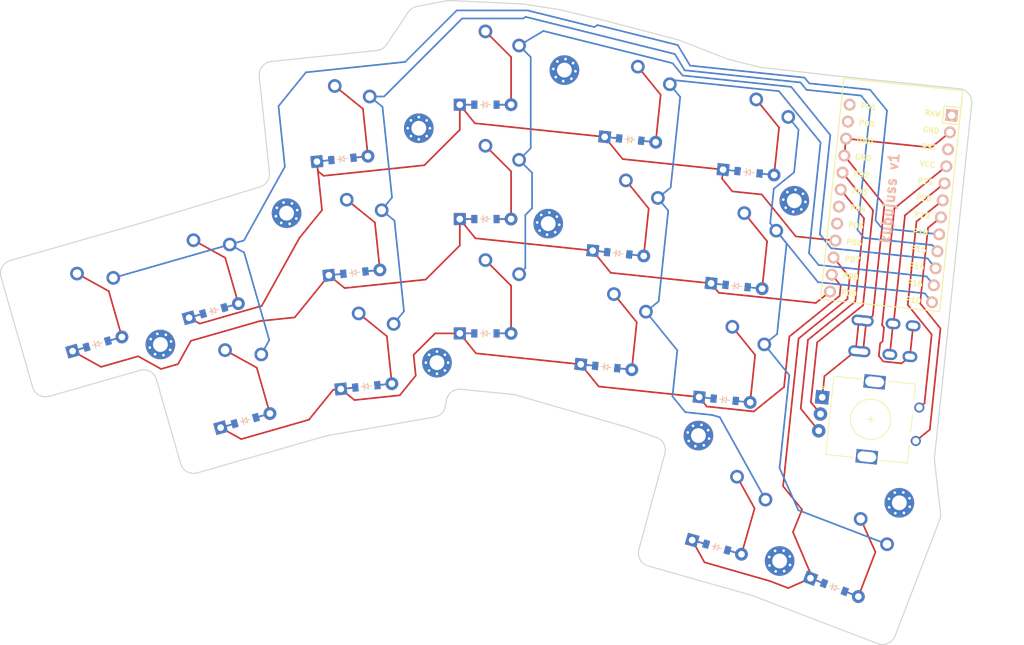
<source format=kicad_pcb>
(kicad_pcb (version 20221018) (generator pcbnew)
  (title_block (title "mimmuErgoV1_left") (rev "v1.0.0") (company "Unknown"))
  (layers (0 "F.Cu" signal) (31 "B.Cu" signal) (34 "B.Paste" user) (35 "F.Paste" user) (36 "B.SilkS" user "B.Silkscreen") (37 "F.SilkS" user "F.Silkscreen") (38 "B.Mask" user) (39 "F.Mask" user) (44 "Edge.Cuts" user))
  (net 0 "")
  (net 1 "P18")
  (net 2 "pinkie_bottom")
  (net 3 "pinkie_home")
  (net 4 "pinkie_top")
  (net 5 "P15")
  (net 6 "ring_bottom")
  (net 7 "ring_home")
  (net 8 "ring_top")
  (net 9 "P14")
  (net 10 "middle_bottom")
  (net 11 "middle_home")
  (net 12 "middle_top")
  (net 13 "P16")
  (net 14 "index_bottom")
  (net 15 "index_home")
  (net 16 "index_top")
  (net 17 "P10")
  (net 18 "inner_bottom")
  (net 19 "inner_home")
  (net 20 "inner_top")
  (net 21 "layer_cluster")
  (net 22 "space_cluster")
  (net 23 "P8")
  (net 24 "P6")
  (net 25 "P9")
  (net 26 "P7")
  (net 27 "RAW")
  (net 28 "GND")
  (net 29 "RST")
  (net 30 "VCC")
  (net 31 "P21")
  (net 32 "P20")
  (net 33 "P19")
  (net 34 "P1")
  (net 35 "P0")
  (net 36 "P2")
  (net 37 "P3")
  (net 38 "P4")
  (net 39 "P5")
  (footprint "MountingHole_2.2mm_M2_Pad_Via" (layer "F.Cu") (at 259.885893 182.090396 -21)
    (fp_text reference "_4" hide)
    (fp_text value "")
  )
  (footprint "PG1350" (layer "F.Cu") (at 178.407795 142.896245 6)
    (fp_text reference "S5" hide)
    (fp_text value "" hide)
  )
  (footprint "ComboDiode" (layer "F.Cu") (at 233.935298 166.767506 -6)
    (fp_text reference "D13" hide)
    (fp_text value "" hide)
  )
  (footprint "MountingHole_2.2mm_M2_Pad_Via" (layer "F.Cu") (at 244.283981 137.187201 -6)
    (fp_text reference "_3" hide)
    (fp_text value "")
  )
  (footprint "PG1350" (layer "F.Cu") (at 216.870129 156.929827 -6)
    (fp_text reference "S10" hide)
    (fp_text value "" hide)
  )
  (footprint "ComboDiode" (layer "F.Cu") (at 219.901469 128.088687 -6)
    (fp_text reference "D12" hide)
    (fp_text value "" hide)
  )
  (footprint "ComboDiode" (layer "F.Cu") (at 140.731724 158.490262 16)
    (fp_text reference "D3" hide)
    (fp_text value "" hide)
  )
  (footprint "PG1350" (layer "F.Cu") (at 176.630813 125.989364 6)
    (fp_text reference "S6" hide)
    (fp_text value "" hide)
  )
  (footprint "PG1350" (layer "F.Cu") (at 234.14736 183.883448 -16)
    (fp_text reference "S16" hide)
    (fp_text value "" hide)
  )
  (footprint "ComboDiode" (layer "F.Cu") (at 198.399755 156.905176)
    (fp_text reference "D7" hide)
    (fp_text value "" hide)
  )
  (footprint "PG1350" (layer "F.Cu") (at 180.184781 159.803119 6)
    (fp_text reference "S4" hide)
    (fp_text value "" hide)
  )
  (footprint "PG1350" (layer "F.Cu") (at 198.399762 151.905173)
    (fp_text reference "S7" hide)
    (fp_text value "" hide)
  )
  (footprint "PG1350" (layer "F.Cu") (at 198.399754 117.905169)
    (fp_text reference "S9" hide)
    (fp_text value "" hide)
  )
  (footprint "ComboDiode" (layer "F.Cu") (at 250.237575 194.668161 -21)
    (fp_text reference "D17" hide)
    (fp_text value "" hide)
  )
  (footprint "MountingHole_2.2mm_M2_Pad_Via" (layer "F.Cu") (at 230.037788 172.09398 -16)
    (fp_text reference "_6" hide)
    (fp_text value "")
  )
  (footprint "MountingHole_2.2mm_M2_Pad_Via" (layer "F.Cu") (at 168.858376 139.033804 16)
    (fp_text reference "_10" hide)
    (fp_text value "")
  )
  (footprint "PG1350" (layer "F.Cu") (at 218.647118 140.022957 -6)
    (fp_text reference "S11" hide)
    (fp_text value "" hide)
  )
  (footprint "PG1350" (layer "F.Cu") (at 234.457946 161.794907 -6)
    (fp_text reference "S13" hide)
    (fp_text value "" hide)
  )
  (footprint "ComboDiode" (layer "F.Cu") (at 180.70742 164.775715 6)
    (fp_text reference "D4" hide)
    (fp_text value "" hide)
  )
  (footprint "TRRS-PJ-320A-dual" (layer "F.Cu") (at 264.638389 160.693596 -96)
    (fp_text reference "TRRS1")
    (fp_text value "TRRS-PJ-320A-dual")
  )
  (footprint "PG1350" (layer "F.Cu") (at 238.011911 127.981154 -6)
    (fp_text reference "S15" hide)
    (fp_text value "" hide)
  )
  (footprint "PG1350" (layer "F.Cu") (at 220.424098 123.116091 -6)
    (fp_text reference "S12" hide)
    (fp_text value "" hide)
  )
  (footprint "rotary_encoder" (layer "F.Cu") (at 255.745097 169.73016 -6)
    (fp_text reference "ROT1" hide)
    (fp_text value "")
  )
  (footprint "PG1350" (layer "F.Cu") (at 139.353538 153.683966 16)
    (fp_text reference "S3" hide)
    (fp_text value "" hide)
  )
  (footprint "ComboDiode" (layer "F.Cu") (at 218.124475 144.99556 -6)
    (fp_text reference "D11" hide)
    (fp_text value "" hide)
  )
  (footprint "ComboDiode" (layer "F.Cu") (at 235.712285 149.860636 -6)
    (fp_text reference "D14" hide)
    (fp_text value "" hide)
  )
  (footprint "ProMicro" (layer "F.Cu") (at 258.620621 137.587997 -96)
    (fp_text reference "MCU1" hide)
    (fp_text value "" hide)
  )
  (footprint "PG1350" (layer "F.Cu") (at 198.399761 134.905168)
    (fp_text reference "S8" hide)
    (fp_text value "" hide)
  )
  (footprint "PG1350" (layer "F.Cu") (at 252.029423 190.000247 -21)
    (fp_text reference "S17" hide)
    (fp_text value "" hide)
  )
  (footprint "MountingHole_2.2mm_M2_Pad_Via" (layer "F.Cu") (at 242.104141 190.74266 -21)
    (fp_text reference "_5" hide)
    (fp_text value "")
  )
  (footprint "PG1350" (layer "F.Cu") (at 236.234921 144.888042 -6)
    (fp_text reference "S14" hide)
    (fp_text value "" hide)
  )
  (footprint "ComboDiode" (layer "F.Cu") (at 178.930435 147.868857 6)
    (fp_text reference "D5" hide)
    (fp_text value "" hide)
  )
  (footprint "MountingHole_2.2mm_M2_Pad_Via" (layer "F.Cu") (at 210.127516 117.760451 -6)
    (fp_text reference "_2" hide)
    (fp_text value "")
  )
  (footprint "ComboDiode" (layer "F.Cu") (at 216.347497 161.902422 -6)
    (fp_text reference "D10" hide)
    (fp_text value "" hide)
  )
  (footprint "MountingHole_2.2mm_M2_Pad_Via" (layer "F.Cu") (at 191.199757 161.255173)
    (fp_text reference "_8" hide)
    (fp_text value "")
  )
  (footprint "MountingHole_2.2mm_M2_Pad_Via" (layer "F.Cu") (at 188.499757 126.405172)
    (fp_text reference "_1" hide)
    (fp_text value "")
  )
  (footprint "MountingHole_2.2mm_M2_Pad_Via" (layer "F.Cu") (at 207.728578 140.584749 -6)
    (fp_text reference "_7" hide)
    (fp_text value "")
  )
  (footprint "MountingHole_2.2mm_M2_Pad_Via" (layer "F.Cu") (at 150.113531 158.556865 16)
    (fp_text reference "_9" hide)
    (fp_text value "")
  )
  (footprint "ComboDiode" (layer "F.Cu") (at 232.769173 188.689754 -16)
    (fp_text reference "D16" hide)
    (fp_text value "" hide)
  )
  (footprint "ComboDiode" (layer "F.Cu") (at 237.489264 132.953773 -6)
    (fp_text reference "D15" hide)
    (fp_text value "" hide)
  )
  (footprint "PG1350" (layer "F.Cu") (at 156.656256 148.722488 16)
    (fp_text reference "S2" hide)
    (fp_text value "" hide)
  )
  (footprint "ComboDiode" (layer "F.Cu") (at 162.720272 169.870252 16)
    (fp_text reference "D1" hide)
    (fp_text value "" hide)
  )
  (footprint "ComboDiode" (layer "F.Cu") (at 177.153456 130.961976 6)
    (fp_text reference "D6" hide)
    (fp_text value "" hide)
  )
  (footprint "ComboDiode" (layer "F.Cu") (at 198.39976 139.905179)
    (fp_text reference "D8" hide)
    (fp_text value "" hide)
  )
  (footprint "PG1350" (layer "F.Cu") (at 161.342089 165.06393 16)
    (fp_text reference "S1" hide)
    (fp_text value "" hide)
  )
  (footprint "ComboDiode" (layer "F.Cu") (at 198.399762 122.905175)
    (fp_text reference "D9" hide)
    (fp_text value "" hide)
  )
  (footprint "ComboDiode" (layer "F.Cu") (at 158.03445 153.52879 16)
    (fp_text reference "D2" hide)
    (fp_text value "" hide)
  )
  (gr_line (start 265.88629 184.596584) (end 259.252677 201.877729) (stroke (width 0.15)) (layer "Edge.Cuts"))
  (gr_line (start 153.111127 176.266666) (end 149.52783 163.77028) (stroke (width 0.15)) (layer "Edge.Cuts"))
  (gr_arc (start 126.43674 148.545245) (mid 126.610025 147.024344) (end 127.807999 146.071447) (stroke (width 0.15)) (layer "Edge.Cuts"))
  (gr_line (start 193.136928 107.416497) (end 203.795912 107.925218) (stroke (width 0.15)) (layer "Edge.Cuts"))
  (gr_line (start 202.461882 165.974467) (end 194.761488 165.214026) (stroke (width 0.15)) (layer "Edge.Cuts"))
  (gr_line (start 219.761679 170.948319) (end 202.821541 166.043664) (stroke (width 0.15)) (layer "Edge.Cuts"))
  (gr_arc (start 250.070148 118.585104) (mid 250.060179 118.584036) (end 250.050216 118.582919) (stroke (width 0.15)) (layer "Edge.Cuts"))
  (gr_arc (start 192.666536 107.449691) (mid 192.90075 107.419177) (end 193.136928 107.416497) (stroke (width 0.15)) (layer "Edge.Cuts"))
  (gr_line (start 147.054041 162.399012) (end 133.596376 166.257947) (stroke (width 0.15)) (layer "Edge.Cuts"))
  (gr_line (start 174.70721 172.154687) (end 155.584925 177.637917) (stroke (width 0.15)) (layer "Edge.Cuts"))
  (gr_arc (start 202.461884 165.974466) (mid 202.643298 166.000824) (end 202.821541 166.043664) (stroke (width 0.15)) (layer "Edge.Cuts"))
  (gr_line (start 204.002521 107.945864) (end 209.314062 108.757086) (stroke (width 0.15)) (layer "Edge.Cuts"))
  (gr_line (start 209.483995 108.790627) (end 216.209814 110.423636) (stroke (width 0.15)) (layer "Edge.Cuts"))
  (gr_line (start 183.71227 113.963514) (end 186.934451 109.150246) (stroke (width 0.15)) (layer "Edge.Cuts"))
  (gr_arc (start 265.110436 175.789459) (mid 265.097602 175.571793) (end 265.108549 175.354025) (stroke (width 0.15)) (layer "Edge.Cuts"))
  (gr_arc (start 147.054041 162.399012) (mid 148.574945 162.572297) (end 149.527828 163.77028) (stroke (width 0.15)) (layer "Edge.Cuts"))
  (gr_arc (start 192.592169 166.875513) (mid 193.348852 165.616551) (end 194.761488 165.214026) (stroke (width 0.15)) (layer "Edge.Cuts"))
  (gr_line (start 192.592169 166.875513) (end 192.455179 167.697242) (stroke (width 0.15)) (layer "Edge.Cuts"))
  (gr_arc (start 183.712261 113.963504) (mid 183.083357 114.563448) (end 182.259344 114.839954) (stroke (width 0.15)) (layer "Edge.Cuts"))
  (gr_line (start 270.637578 122.748765) (end 265.108549 175.354025) (stroke (width 0.15)) (layer "Edge.Cuts"))
  (gr_line (start 190.825224 169.338806) (end 174.915675 172.10682) (stroke (width 0.15)) (layer "Edge.Cuts"))
  (gr_arc (start 209.314063 108.757086) (mid 209.399392 108.772016) (end 209.483995 108.790627) (stroke (width 0.15)) (layer "Edge.Cuts"))
  (gr_line (start 234.549705 116.172169) (end 239.002051 117.297134) (stroke (width 0.15)) (layer "Edge.Cuts"))
  (gr_arc (start 226.880454 113.219405) (mid 226.990509 113.251643) (end 227.098537 113.290131) (stroke (width 0.15)) (layer "Edge.Cuts"))
  (gr_line (start 166.30763 133.00546) (end 164.802574 118.685752) (stroke (width 0.15)) (layer "Edge.Cuts"))
  (gr_line (start 256.6688 203.028165) (end 238.08118 195.893043) (stroke (width 0.15)) (layer "Edge.Cuts"))
  (gr_arc (start 268.856625 120.550561) (mid 270.202519 121.28069) (end 270.637578 122.748765) (stroke (width 0.15)) (layer "Edge.Cuts"))
  (gr_arc (start 259.252677 201.877729) (mid 258.199 202.988087) (end 256.6688 203.028165) (stroke (width 0.15)) (layer "Edge.Cuts"))
  (gr_line (start 166.582565 116.487657) (end 182.259344 114.839954) (stroke (width 0.15)) (layer "Edge.Cuts"))
  (gr_line (start 188.221368 108.298316) (end 192.666536 107.449691) (stroke (width 0.15)) (layer "Edge.Cuts"))
  (gr_line (start 250.070144 118.585103) (end 268.856625 120.550561) (stroke (width 0.15)) (layer "Edge.Cuts"))
  (gr_line (start 227.098537 113.290131) (end 234.314605 116.097049) (stroke (width 0.15)) (layer "Edge.Cuts"))
  (gr_arc (start 203.795912 107.925218) (mid 203.899484 107.932861) (end 204.002521 107.945864) (stroke (width 0.15)) (layer "Edge.Cuts"))
  (gr_arc (start 186.934453 109.15025) (mid 187.492427 108.595157) (end 188.221368 108.298316) (stroke (width 0.15)) (layer "Edge.Cuts"))
  (gr_arc (start 223.793889 172.37859) (mid 224.895526 173.335247) (end 225.054206 174.785634) (stroke (width 0.15)) (layer "Edge.Cuts"))
  (gr_arc (start 192.455178 167.697243) (mid 191.901624 168.777601) (end 190.825224 169.338806) (stroke (width 0.15)) (layer "Edge.Cuts"))
  (gr_line (start 131.122583 164.886696) (end 126.436742 148.545243) (stroke (width 0.15)) (layer "Edge.Cuts"))
  (gr_arc (start 155.584925 177.637917) (mid 154.064027 177.464635) (end 153.111127 176.266666) (stroke (width 0.15)) (layer "Edge.Cuts"))
  (gr_arc (start 164.802574 118.685752) (mid 165.237332 117.218059) (end 166.582565 116.487657) (stroke (width 0.15)) (layer "Edge.Cuts"))
  (gr_line (start 221.195625 189.037576) (end 225.054206 174.785634) (stroke (width 0.15)) (layer "Edge.Cuts"))
  (gr_arc (start 147.048371 140.554102) (mid 147.03322 140.558642) (end 147.018032 140.563059) (stroke (width 0.15)) (layer "Edge.Cuts"))
  (gr_arc (start 222.579948 191.484238) (mid 221.38542 190.545143) (end 221.195625 189.037576) (stroke (width 0.15)) (layer "Edge.Cuts"))
  (gr_arc (start 234.549705 116.172169) (mid 234.430994 116.138244) (end 234.314605 116.097049) (stroke (width 0.15)) (layer "Edge.Cuts"))
  (gr_line (start 127.807999 146.071447) (end 147.018032 140.563059) (stroke (width 0.15)) (layer "Edge.Cuts"))
  (gr_line (start 223.793889 172.37859) (end 219.875659 170.985061) (stroke (width 0.15)) (layer "Edge.Cuts"))
  (gr_arc (start 219.761679 170.948319) (mid 219.818945 170.965832) (end 219.875659 170.985061) (stroke (width 0.15)) (layer "Edge.Cuts"))
  (gr_arc (start 237.910611 195.83624) (mid 237.996531 195.862732) (end 238.08118 195.893043) (stroke (width 0.15)) (layer "Edge.Cuts"))
  (gr_arc (start 166.30763 133.00546) (mid 165.985461 134.319745) (end 164.900225 135.128079) (stroke (width 0.15)) (layer "Edge.Cuts"))
  (gr_arc (start 216.209814 110.423636) (mid 216.227375 110.427984) (end 216.244898 110.43248) (stroke (width 0.15)) (layer "Edge.Cuts"))
  (gr_line (start 239.263958 117.345046) (end 250.050216 118.582919) (stroke (width 0.15)) (layer "Edge.Cuts"))
  (gr_line (start 265.110439 175.789459) (end 266.006288 183.653473) (stroke (width 0.15)) (layer "Edge.Cuts"))
  (gr_arc (start 266.006288 183.653473) (mid 266.003149 184.132264) (end 265.88629 184.596584) (stroke (width 0.15)) (layer "Edge.Cuts"))
  (gr_arc (start 133.596377 166.257947) (mid 132.075479 166.084665) (end 131.122583 164.886696) (stroke (width 0.15)) (layer "Edge.Cuts"))
  (gr_line (start 237.910611 195.83624) (end 222.579947 191.484235) (stroke (width 0.15)) (layer "Edge.Cuts"))
  (gr_arc (start 239.263965 117.345047) (mid 239.132208 117.325461) (end 239.002051 117.297134) (stroke (width 0.15)) (layer "Edge.Cuts"))
  (gr_line (start 216.244898 110.43248) (end 226.880454 113.219405) (stroke (width 0.15)) (layer "Edge.Cuts"))
  (gr_arc (start 174.70721 172.154687) (mid 174.810801 172.127959) (end 174.915675 172.10682) (stroke (width 0.15)) (layer "Edge.Cuts"))
  (gr_line (start 147.04837 140.554101) (end 164.900214 135.128071) (stroke (width 0.15)) (layer "Edge.Cuts"))
  (gr_text "kubujuss v1" (at 258.6 143.8 84) (layer "B.SilkS") (effects (font (size 1.5 1.5) (thickness 0.3) bold) (justify left bottom)))
  (gr_text "kubujuss v1" (at 258.6 143.8 84) (layer "F.SilkS") (effects (font (size 1.5 1.5) (thickness 0.3) bold) (justify left bottom)))
  (segment (start 258.057348 123.785955) (end 256.343083 140.096113) (width 0.25) (layer "B.Cu") (net 1))
  (segment (start 168.605022 132.12052) (end 167.659055 123.120197) (width 0.25) (layer "B.Cu") (net 1))
  (segment (start 165.933475 136.940139) (end 168.605022 132.12052) (width 0.25) (layer "B.Cu") (net 1))
  (segment (start 171.730809 118.091984) (end 186.476225 116.542189) (width 0.25) (layer "B.Cu") (net 1))
  (segment (start 228.796895 117.090723) (end 240.333354 118.303265) (width 0.25) (layer "B.Cu") (net 1))
  (segment (start 226.962698 114.038104) (end 228.796895 117.090723) (width 0.25) (layer "B.Cu") (net 1))
  (segment (start 186.476225 116.542189) (end 194.129853 108.888548) (width 0.25) (layer "B.Cu") (net 1))
  (segment (start 162.526762 143.086014) (end 165.933475 136.940139) (width 0.25) (layer "B.Cu") (net 1))
  (segment (start 246.496877 119.732684) (end 255.545192 120.683701) (width 0.25) (layer "B.Cu") (net 1))
  (segment (start 166.284297 157.898186) (end 162.549906 144.87481) (width 0.25) (layer "B.Cu") (net 1))
  (segment (start 255.545192 120.683701) (end 258.057348 123.785955) (width 0.25) (layer "B.Cu") (net 1))
  (segment (start 160.41514 143.691494) (end 143.112441 148.652978) (width 0.25) (layer "B.Cu") (net 1))
  (segment (start 240.333354 118.303265) (end 245.805057 118.87836) (width 0.25) (layer "B.Cu") (net 1))
  (segment (start 160.415144 143.691499) (end 162.526762 143.086014) (width 0.25) (layer "B.Cu") (net 1))
  (segment (start 215.039273 111.065254) (end 226.962698 114.038104) (width 0.25) (layer "B.Cu") (net 1))
  (segment (start 194.129853 108.888548) (end 204.740471 108.88855) (width 0.25) (layer "B.Cu") (net 1))
  (segment (start 214.554379 111.356605) (end 215.039273 111.065254) (width 0.25) (layer "B.Cu") (net 1))
  (segment (start 204.740471 108.88855) (end 204.755437 108.913457) (width 0.25) (layer "B.Cu") (net 1))
  (segment (start 165.100966 160.032954) (end 166.284297 157.898186) (width 0.25) (layer "B.Cu") (net 1))
  (segment (start 167.659055 123.120197) (end 171.730809 118.091984) (width 0.25) (layer "B.Cu") (net 1))
  (segment (start 257.302085 141.28039) (end 265.800628 142.17362) (width 0.25) (layer "B.Cu") (net 1))
  (segment (start 162.549906 144.87481) (end 160.41514 143.691494) (width 0.25) (layer "B.Cu") (net 1))
  (segment (start 245.805057 118.87836) (end 246.496877 119.732684) (width 0.25) (layer "B.Cu") (net 1))
  (segment (start 204.755437 108.913457) (end 214.554379 111.356605) (width 0.25) (layer "B.Cu") (net 1))
  (segment (start 256.343083 140.096113) (end 257.302085 141.28039) (width 0.25) (layer "B.Cu") (net 1))
  (segment (start 159.715821 159.392485) (end 164.428414 162.004737) (width 0.25) (layer "F.Cu") (net 2))
  (segment (start 164.428414 162.004737) (end 166.382681 168.820062) (width 0.25) (layer "F.Cu") (net 2))
  (segment (start 166.382681 168.820062) (end 164.306346 169.415434) (width 0.25) (layer "F.Cu") (net 2))
  (segment (start 164.306346 169.415434) (end 166.382681 168.820062) (width 0.25) (layer "B.Cu") (net 2))
  (segment (start 155.029998 143.051037) (end 159.742572 145.66327) (width 0.25) (layer "F.Cu") (net 3))
  (segment (start 159.620524 153.073994) (end 161.696849 152.478612) (width 0.25) (layer "F.Cu") (net 3))
  (segment (start 159.742572 145.66327) (end 161.696849 152.478612) (width 0.25) (layer "F.Cu") (net 3))
  (segment (start 159.620524 153.073994) (end 161.696849 152.478612) (width 0.25) (layer "B.Cu") (net 3))
  (segment (start 142.439867 150.62475) (end 144.394138 157.440082) (width 0.25) (layer "F.Cu") (net 4))
  (segment (start 137.727284 148.012518) (end 142.439867 150.62475) (width 0.25) (layer "F.Cu") (net 4))
  (segment (start 142.317807 158.035467) (end 144.394138 157.440082) (width 0.25) (layer "F.Cu") (net 4))
  (segment (start 142.317807 158.035467) (end 144.394138 157.440082) (width 0.25) (layer "B.Cu") (net 4))
  (segment (start 183.341475 121.687546) (end 181.20622 121.687554) (width 0.25) (layer "B.Cu") (net 5))
  (segment (start 184.519252 136.697574) (end 182.9832 138.594427) (width 0.25) (layer "B.Cu") (net 5))
  (segment (start 246.092152 120.695656) (end 245.202164 119.59661) (width 0.25) (layer "B.Cu") (net 5))
  (segment (start 227.994942 117.799549) (end 226.538184 115.375119) (width 0.25) (layer "B.Cu") (net 5))
  (segment (start 264.787345 143.776277) (end 254.637891 142.70952) (width 0.25) (layer "B.Cu") (net 5))
  (segment (start 253.660535 141.50259) (end 255.578731 123.252199) (width 0.25) (layer "B.Cu") (net 5))
  (segment (start 181.206209 121.687552) (end 183.103061 123.223588) (width 0.25) (layer "B.Cu") (net 5))
  (segment (start 183.103061 123.223588) (end 184.519252 136.697574) (width 0.25) (layer "B.Cu") (net 5))
  (segment (start 245.202164 119.59661) (end 228.007507 117.789372) (width 0.25) (layer "B.Cu") (net 5))
  (segment (start 194.94047 110.088553) (end 183.341475 121.687546) (width 0.25) (layer "B.Cu") (net 5))
  (segment (start 184.880049 140.130467) (end 182.9832 138.594427) (width 0.25) (layer "B.Cu") (net 5))
  (segment (start 184.760188 155.50129) (end 186.296225 153.60444) (width 0.25) (layer "B.Cu") (net 5))
  (segment (start 265.535123 144.699711) (end 264.787345 143.776277) (width 0.25) (layer "B.Cu") (net 5))
  (segment (start 226.538184 115.375119) (end 204.372358 109.848557) (width 0.25) (layer "B.Cu") (net 5))
  (segment (start 254.637891 142.70952) (end 253.660535 141.50259) (width 0.25) (layer "B.Cu") (net 5))
  (segment (start 186.296225 153.60444) (end 184.880049 140.130467) (width 0.25) (layer "B.Cu") (net 5))
  (segment (start 255.578731 123.252199) (end 254.198426 121.547658) (width 0.25) (layer "B.Cu") (net 5))
  (segment (start 228.007507 117.789372) (end 227.994942 117.799549) (width 0.25) (layer "B.Cu") (net 5))
  (segment (start 254.198426 121.547658) (end 246.092152 120.695656) (width 0.25) (layer "B.Cu") (net 5))
  (segment (start 204.372358 109.848557) (end 203.972943 110.088555) (width 0.25) (layer "B.Cu") (net 5))
  (segment (start 203.972943 110.088555) (end 194.94047 110.088553) (width 0.25) (layer "B.Cu") (net 5))
  (segment (start 183.755446 157.326316) (end 184.496542 164.377491) (width 0.25) (layer "F.Cu") (net 6))
  (segment (start 179.568056 153.935437) (end 183.755446 157.326316) (width 0.25) (layer "F.Cu") (net 6))
  (segment (start 182.348388 164.603251) (end 184.496542 164.377491) (width 0.25) (layer "F.Cu") (net 6))
  (segment (start 182.348388 164.603251) (end 184.496542 164.377491) (width 0.25) (layer "B.Cu") (net 6))
  (segment (start 177.791084 137.028579) (end 181.978462 140.419443) (width 0.25) (layer "F.Cu") (net 7))
  (segment (start 180.5714 147.696387) (end 182.71956 147.470597) (width 0.25) (layer "F.Cu") (net 7))
  (segment (start 181.978462 140.419443) (end 182.71956 147.470597) (width 0.25) (layer "F.Cu") (net 7))
  (segment (start 180.5714 147.696387) (end 182.71956 147.470597) (width 0.25) (layer "B.Cu") (net 7))
  (segment (start 180.20147 123.512566) (end 180.942571 130.563724) (width 0.25) (layer "F.Cu") (net 8))
  (segment (start 176.01409 120.121707) (end 180.20147 123.512566) (width 0.25) (layer "F.Cu") (net 8))
  (segment (start 178.794419 130.78952) (end 180.942571 130.563724) (width 0.25) (layer "F.Cu") (net 8))
  (segment (start 178.794419 130.78952) (end 180.942571 130.563724) (width 0.25) (layer "B.Cu") (net 8))
  (segment (start 204.324859 147.180073) (end 203.399761 148.105179) (width 0.25) (layer "B.Cu") (net 9))
  (segment (start 206.994539 111.945213) (end 226.200604 116.733813) (width 0.25) (layer "B.Cu") (net 9))
  (segment (start 243.827493 120.256527) (end 249.630989 127.423259) (width 0.25) (layer "B.Cu") (net 9))
  (segment (start 203.39977 114.105163) (end 205.125661 115.831073) (width 0.25) (layer "B.Cu") (net 9))
  (segment (start 205.125661 115.831073) (end 205.125646 129.379266) (width 0.25) (layer "B.Cu") (net 9))
  (segment (start 264.078205 145.754494) (end 265.269625 147.225801) (width 0.25) (layer "B.Cu") (net 9))
  (segment (start 205.324866 133.030268) (end 205.324867 138.303043) (width 0.25) (layer "B.Cu") (net 9))
  (segment (start 203.399753 131.105172) (end 205.324866 133.030268) (width 0.25) (layer "B.Cu") (net 9))
  (segment (start 205.324867 138.303043) (end 204.32486 139.303049) (width 0.25) (layer "B.Cu") (net 9))
  (segment (start 249.630989 127.423259) (end 248.080278 142.177354) (width 0.25) (layer "B.Cu") (net 9))
  (segment (start 226.200604 116.733813) (end 227.6788 118.559235) (width 0.25) (layer "B.Cu") (net 9))
  (segment (start 204.32486 139.303049) (end 204.324859 147.180073) (width 0.25) (layer "B.Cu") (net 9))
  (segment (start 205.125646 129.379266) (end 203.399753 131.105172) (width 0.25) (layer "B.Cu") (net 9))
  (segment (start 248.080278 142.177354) (end 249.758172 144.249394) (width 0.25) (layer "B.Cu") (net 9))
  (segment (start 203.399763 114.105164) (end 206.994539 111.945213) (width 0.25) (layer "B.Cu") (net 9))
  (segment (start 249.758172 144.249394) (end 264.078205 145.754494) (width 0.25) (layer "B.Cu") (net 9))
  (segment (start 227.6788 118.559235) (end 243.827493 120.256527) (width 0.25) (layer "B.Cu") (net 9))
  (segment (start 202.209761 149.815183) (end 202.209758 156.90518) (width 0.25) (layer "F.Cu") (net 10))
  (segment (start 200.049759 156.90517) (end 202.209758 156.90518) (width 0.25) (layer "F.Cu") (net 10))
  (segment (start 198.399747 146.005174) (end 202.209761 149.815183) (width 0.25) (layer "F.Cu") (net 10))
  (segment (start 200.049759 156.90517) (end 202.209758 156.90518) (width 0.25) (layer "B.Cu") (net 10))
  (segment (start 202.209769 132.815181) (end 202.20976 139.905171) (width 0.25) (layer "F.Cu") (net 11))
  (segment (start 198.399758 129.005178) (end 202.209769 132.815181) (width 0.25) (layer "F.Cu") (net 11))
  (segment (start 200.04976 139.905179) (end 202.20976 139.905171) (width 0.25) (layer "F.Cu") (net 11))
  (segment (start 200.04976 139.905179) (end 202.20976 139.905171) (width 0.25) (layer "B.Cu") (net 11))
  (segment (start 202.209758 115.815163) (end 198.399756 112.005176) (width 0.25) (layer "F.Cu") (net 12))
  (segment (start 202.209763 122.905179) (end 200.049759 122.905174) (width 0.25) (layer "F.Cu") (net 12))
  (segment (start 202.209763 122.905179) (end 202.209758 115.815163) (width 0.25) (layer "F.Cu") (net 12))
  (segment (start 200.049759 122.905174) (end 202.209763 122.905179) (width 0.25) (layer "B.Cu") (net 12))
  (segment (start 240.001085 181.608842) (end 233.215095 169.366565) (width 0.25) (layer "B.Cu") (net 13))
  (segment (start 247.897949 146.746024) (end 263.934972 148.431593) (width 0.25) (layer "B.Cu") (net 13))
  (segment (start 226.181815 166.268245) (end 228.084634 168.618026) (width 0.25) (layer "B.Cu") (net 13))
  (segment (start 246.458772 144.968807) (end 247.897949 146.746024) (width 0.25) (layer "B.Cu") (net 13))
  (segment (start 225.793921 119.859552) (end 226.527595 119.26544) (width 0.25) (layer "B.Cu") (net 13))
  (segment (start 263.934972 148.431593) (end 265.004109 149.751866) (width 0.25) (layer "B.Cu") (net 13))
  (segment (start 225.913785 135.230372) (end 224.016944 136.766404) (width 0.25) (layer "B.Cu") (net 13))
  (segment (start 242.003717 120.892039) (end 248.186816 128.527541) (width 0.25) (layer "B.Cu") (net 13))
  (segment (start 226.527595 119.26544) (end 242.003717 120.892039) (width 0.25) (layer "B.Cu") (net 13))
  (segment (start 224.016944 136.766404) (end 225.552976 138.663257) (width 0.25) (layer "B.Cu") (net 13))
  (segment (start 233.215095 169.366565) (end 232.062717 169.036122) (width 0.25) (layer "B.Cu") (net 13))
  (segment (start 227.329963 121.756395) (end 225.913785 135.230372) (width 0.25) (layer "B.Cu") (net 13))
  (segment (start 225.793925 119.859553) (end 227.329963 121.756395) (width 0.25) (layer "B.Cu") (net 13))
  (segment (start 225.552976 138.663257) (end 224.136799 152.137247) (width 0.25) (layer "B.Cu") (net 13))
  (segment (start 222.23995 153.673277) (end 226.900668 159.428792) (width 0.25) (layer "B.Cu") (net 13))
  (segment (start 228.084634 168.618026) (end 232.062717 169.036122) (width 0.25) (layer "B.Cu") (net 13))
  (segment (start 224.136799 152.137247) (end 222.23995 153.673277) (width 0.25) (layer "B.Cu") (net 13))
  (segment (start 248.186816 128.527541) (end 246.458772 144.968807) (width 0.25) (layer "B.Cu") (net 13))
  (segment (start 226.900668 159.428792) (end 226.181815 166.268245) (width 0.25) (layer "B.Cu") (net 13))
  (segment (start 220.87772 155.249533) (end 220.136628 162.300676) (width 0.25) (layer "F.Cu") (net 14))
  (segment (start 217.486852 151.062154) (end 220.87772 155.249533) (width 0.25) (layer "F.Cu") (net 14))
  (segment (start 217.988463 162.074909) (end 220.136628 162.300676) (width 0.25) (layer "F.Cu") (net 14))
  (segment (start 217.988463 162.074909) (end 220.136628 162.300676) (width 0.25) (layer "B.Cu") (net 14))
  (segment (start 219.263838 134.155266) (end 222.654712 138.342651) (width 0.25) (layer "F.Cu") (net 15))
  (segment (start 222.654712 138.342651) (end 221.913604 145.39382) (width 0.25) (layer "F.Cu") (net 15))
  (segment (start 219.765447 145.168025) (end 221.913604 145.39382) (width 0.25) (layer "B.Cu") (net 15))
  (segment (start 224.431699 121.435792) (end 223.6906 128.486938) (width 0.25) (layer "F.Cu") (net 16))
  (segment (start 221.542422 128.261164) (end 223.6906 128.486938) (width 0.25) (layer "F.Cu") (net 16))
  (segment (start 221.040828 117.2484) (end 224.431699 121.435792) (width 0.25) (layer "F.Cu") (net 16))
  (segment (start 221.542422 128.261164) (end 223.6906 128.486938) (width 0.25) (layer "B.Cu") (net 16))
  (segment (start 241.237924 135.401753) (end 240.700511 140.514864) (width 0.25) (layer "B.Cu") (net 17))
  (segment (start 263.669473 150.957673) (end 264.738624 152.277966) (width 0.25) (layer "B.Cu") (net 17))
  (segment (start 243.140777 143.528345) (end 241.724607 157.002319) (width 0.25) (layer "B.Cu") (net 17))
  (segment (start 247.806829 149.290442) (end 263.669473 150.957673) (width 0.25) (layer "B.Cu") (net 17))
  (segment (start 241.604748 141.631501) (end 247.806829 149.290442) (width 0.25) (layer "B.Cu") (net 17))
  (segment (start 243.543317 163.126679) (end 242.092755 176.927781) (width 0.25) (layer "B.Cu") (net 17))
  (segment (start 241.724607 157.002319) (end 239.827756 158.538362) (width 0.25) (layer "B.Cu") (net 17))
  (segment (start 241.604749 141.631498) (end 243.140777 143.528345) (width 0.25) (layer "B.Cu") (net 17))
  (segment (start 258.059122 188.244498) (end 244.878638 183.184986) (width 0.25) (layer "B.Cu") (net 17))
  (segment (start 239.827756 158.538362) (end 243.543317 163.126679) (width 0.25) (layer "B.Cu") (net 17))
  (segment (start 244.251403 132.961487) (end 241.237924 135.401753) (width 0.25) (layer "B.Cu") (net 17))
  (segment (start 244.878638 183.184986) (end 242.092755 176.927781) (width 0.25) (layer "B.Cu") (net 17))
  (segment (start 244.917771 126.621466) (end 244.251403 132.961487) (width 0.25) (layer "B.Cu") (net 17))
  (segment (start 240.700511 140.514864) (end 241.604749 141.631498) (width 0.25) (layer "B.Cu") (net 17))
  (segment (start 243.38174 124.72462) (end 244.917771 126.621466) (width 0.25) (layer "B.Cu") (net 17))
  (segment (start 235.07466 155.927223) (end 238.465539 160.114597) (width 0.25) (layer "F.Cu") (net 18))
  (segment (start 238.465539 160.114597) (end 237.724427 167.165772) (width 0.25) (layer "F.Cu") (net 18))
  (segment (start 235.57626 166.93998) (end 237.724427 167.165772) (width 0.25) (layer "B.Cu") (net 18))
  (segment (start 240.24251 143.207724) (end 239.501413 150.258881) (width 0.25) (layer "F.Cu") (net 19))
  (segment (start 236.851646 139.020352) (end 240.24251 143.207724) (width 0.25) (layer "F.Cu") (net 19))
  (segment (start 237.353239 150.033109) (end 239.501413 150.258881) (width 0.25) (layer "B.Cu") (net 19))
  (segment (start 242.019513 126.300868) (end 241.278408 133.352021) (width 0.25) (layer "F.Cu") (net 20))
  (segment (start 238.628624 122.113476) (end 242.019513 126.300868) (width 0.25) (layer "F.Cu") (net 20))
  (segment (start 239.13024 133.12623) (end 241.278408 133.352021) (width 0.25) (layer "B.Cu") (net 20))
  (segment (start 238.385845 182.924582) (end 236.431581 189.739938) (width 0.25) (layer "F.Cu") (net 21))
  (segment (start 235.773619 178.211999) (end 238.385845 182.924582) (width 0.25) (layer "F.Cu") (net 21))
  (segment (start 236.431581 189.739938) (end 234.355263 189.144552) (width 0.25) (layer "F.Cu") (net 21))
  (segment (start 236.431581 189.739938) (end 234.355263 189.144552) (width 0.25) (layer "B.Cu") (net 21))
  (segment (start 251.777992 195.259474) (end 253.794524 196.033534) (width 0.25) (layer "F.Cu") (net 22))
  (segment (start 253.794524 196.033534) (end 256.335351 189.414456) (width 0.25) (layer "F.Cu") (net 22))
  (segment (start 256.335351 189.414456) (end 254.143806 184.492133) (width 0.25) (layer "F.Cu") (net 22))
  (segment (start 251.777992 195.259474) (end 253.794524 196.033534) (width 0.25) (layer "B.Cu") (net 22))
  (segment (start 214.706529 161.729962) (end 212.558371 161.504173) (width 0.25) (layer "F.Cu") (net 23))
  (segment (start 176.918302 165.17398) (end 179.066467 164.948205) (width 0.25) (layer "F.Cu") (net 23))
  (segment (start 231.283142 167.773302) (end 238.274306 168.508096) (width 0.25) (layer "F.Cu") (net 23))
  (segment (start 178.945134 166.815296) (end 176.918302 165.17398) (width 0.25) (layer "F.Cu") (net 23))
  (segment (start 175.777036 165.293935) (end 172.177741 169.738691) (width 0.25) (layer "F.Cu") (net 23))
  (segment (start 238.274306 168.508096) (end 242.757441 164.877724) (width 0.25) (layer "F.Cu") (net 23))
  (segment (start 190.922724 156.905175) (end 187.724849 160.103046) (width 0.25) (layer "F.Cu") (net 23))
  (segment (start 176.918302 165.17398) (end 175.777036 165.293935) (width 0.25) (layer "F.Cu") (net 23))
  (segment (start 230.146169 166.36926) (end 231.283142 167.773302) (width 0.25) (layer "F.Cu") (net 23))
  (segment (start 212.558371 161.504173) (end 215.22836 164.80133) (width 0.25) (layer "F.Cu") (net 23))
  (segment (start 251.179288 149.803344) (end 249.847606 148.158865) (width 0.25) (layer "F.Cu") (net 23))
  (segment (start 243.546042 157.374752) (end 251.019585 151.3228) (width 0.25) (layer "F.Cu") (net 23))
  (segment (start 242.757441 164.877724) (end 243.546042 157.374752) (width 0.25) (layer "F.Cu") (net 23))
  (segment (start 196.988812 159.867758) (end 194.589765 156.905179) (width 0.25) (layer "F.Cu") (net 23))
  (segment (start 159.057863 170.920416) (end 162.125843 172.621029) (width 0.25) (layer "F.Cu") (net 23))
  (segment (start 251.019585 151.3228) (end 251.179288 149.803344) (width 0.25) (layer "F.Cu") (net 23))
  (segment (start 215.22836 164.80133) (end 230.146174 166.369256) (width 0.25) (layer "F.Cu") (net 23))
  (segment (start 162.125843 172.621029) (end 172.177741 169.738691) (width 0.25) (layer "F.Cu") (net 23))
  (segment (start 187.724849 160.103046) (end 188.047704 163.174726) (width 0.25) (layer "F.Cu") (net 23))
  (segment (start 185.672175 166.108261) (end 178.945134 166.815296) (width 0.25) (layer "F.Cu") (net 23))
  (segment (start 196.74976 156.905174) (end 194.589765 156.905177) (width 0.25) (layer "F.Cu") (net 23))
  (segment (start 194.589765 156.905177) (end 190.922724 156.905175) (width 0.25) (layer "F.Cu") (net 23))
  (segment (start 188.047704 163.174726) (end 185.672175 166.108261) (width 0.25) (layer "F.Cu") (net 23))
  (segment (start 212.558371 161.504173) (end 196.988812 159.867758) (width 0.25) (layer "F.Cu") (net 23))
  (segment (start 159.057863 170.920416) (end 161.134193 170.32504) (width 0.25) (layer "F.Cu") (net 23))
  (segment (start 179.066467 164.948205) (end 176.918302 165.17398) (width 0.25) (layer "B.Cu") (net 23))
  (segment (start 214.706529 161.729962) (end 212.558371 161.504173) (width 0.25) (layer "B.Cu") (net 23))
  (segment (start 161.134193 170.32504) (end 159.057863 170.920416) (width 0.25) (layer "B.Cu") (net 23))
  (segment (start 196.74976 156.905174) (end 194.589765 156.905177) (width 0.25) (layer "B.Cu") (net 23))
  (segment (start 230.146174 166.369256) (end 232.294343 166.595047) (width 0.25) (layer "B.Cu") (net 23))
  (segment (start 239.453332 136.253589) (end 244.50276 142.489112) (width 0.25) (layer "F.Cu") (net 24))
  (segment (start 174.363174 133.475581) (end 189.324865 131.903042) (width 0.25) (layer "F.Cu") (net 24))
  (segment (start 189.324865 131.903042) (end 194.589754 126.63814) (width 0.25) (layer "F.Cu") (net 24))
  (segment (start 173.364312 131.360247) (end 173.514423 132.788273) (width 0.25) (layer "F.Cu") (net 24))
  (segment (start 173.364312 131.360247) (end 175.512484 131.134465) (width 0.25) (layer "F.Cu") (net 24))
  (segment (start 173.514423 132.788273) (end 174.363174 133.475581) (width 0.25) (layer "F.Cu") (net 24))
  (segment (start 216.112333 127.690451) (end 218.260491 127.916217) (width 0.25) (layer "F.Cu") (net 24))
  (segment (start 165.170148 152.811641) (end 170.763654 142.720692) (width 0.25) (layer "F.Cu") (net 24))
  (segment (start 233.700149 132.555517) (end 233.55713 133.916246) (width 0.25) (layer "F.Cu") (net 24))
  (segment (start 250.378616 143.106691) (end 244.50276 142.489112) (width 0.25) (layer "F.Cu") (net 24))
  (segment (start 173.364312 131.360247) (end 174.12241 138.572963) (width 0.25) (layer "F.Cu") (net 24))
  (segment (start 218.78233 130.98758) (end 233.700153 132.555519) (width 0.25) (layer "F.Cu") (net 24))
  (segment (start 194.589754 126.63814) (end 194.589752 122.905167) (width 0.25) (layer "F.Cu") (net 24))
  (segment (start 233.55713 133.916246) (end 235.077435 135.79366) (width 0.25) (layer "F.Cu") (net 24))
  (segment (start 216.112333 127.690451) (end 196.823039 125.663051) (width 0.25) (layer "F.Cu") (net 24))
  (segment (start 235.077435 135.79366) (end 239.453332 136.253589) (width 0.25) (layer "F.Cu") (net 24))
  (segment (start 196.749766 122.905174) (end 194.589752 122.905167) (width 0.25) (layer "F.Cu") (net 24))
  (segment (start 154.372028 154.578984) (end 155.952166 155.454852) (width 0.25) (layer "F.Cu") (net 24))
  (segment (start 154.372028 154.578984) (end 156.448359 153.983589) (width 0.25) (layer "F.Cu") (net 24))
  (segment (start 174.12241 138.572963) (end 170.747806 142.740253) (width 0.25) (layer "F.Cu") (net 24))
  (segment (start 155.952166 155.454852) (end 165.170148 152.811641) (width 0.25) (layer "F.Cu") (net 24))
  (segment (start 196.823039 125.663051) (end 194.589756 122.905167) (width 0.25) (layer "F.Cu") (net 24))
  (segment (start 216.112333 127.690451) (end 218.78233 130.98758) (width 0.25) (layer "F.Cu") (net 24))
  (segment (start 218.260491 127.916217) (end 216.112333 127.690451) (width 0.25) (layer "B.Cu") (net 24))
  (segment (start 233.700153 132.555519) (end 235.848319 132.781306) (width 0.25) (layer "B.Cu") (net 24))
  (segment (start 196.749766 122.905174) (end 194.589752 122.905167) (width 0.25) (layer "B.Cu") (net 24))
  (segment (start 175.512484 131.134465) (end 173.364312 131.360247) (width 0.25) (layer "B.Cu") (net 24))
  (segment (start 154.372028 154.578984) (end 156.448359 153.983589) (width 0.25) (layer "B.Cu") (net 24))
  (segment (start 196.905928 142.765398) (end 194.58976 139.905172) (width 0.25) (layer "F.Cu") (net 25))
  (segment (start 154.647517 158.007476) (end 164.899265 155.06785) (width 0.25) (layer "F.Cu") (net 25))
  (segment (start 170.07467 154.523875) (end 171.101193 153.256241) (width 0.25) (layer "F.Cu") (net 25))
  (segment (start 177.289482 148.041324) (end 175.141316 148.267104) (width 0.25) (layer "F.Cu") (net 25))
  (segment (start 164.899265 155.06785) (end 170.07467 154.523875) (width 0.25) (layer "F.Cu") (net 25))
  (segment (start 194.58975 143.838151) (end 189.524866 148.903044) (width 0.25) (layer "F.Cu") (net 25))
  (segment (start 141.301623 161.886444) (end 146.806844 160.307851) (width 0.25) (layer "F.Cu") (net 25))
  (segment (start 196.749757 139.90518) (end 194.589753 139.905169) (width 0.25) (layer "F.Cu") (net 25))
  (segment (start 175.141316 148.267104) (end 171.101193 153.256241) (width 0.25) (layer "F.Cu") (net 25))
  (segment (start 231.923149 149.462389) (end 233.060112 150.866433) (width 0.25) (layer "F.Cu") (net 25))
  (segment (start 175.141316 148.267104) (end 177.488818 150.168096) (width 0.25) (layer "F.Cu") (net 25))
  (segment (start 177.488818 150.168096) (end 189.524866 148.903044) (width 0.25) (layer "F.Cu") (net 25))
  (segment (start 214.335345 144.597317) (end 196.905928 142.765398) (width 0.25) (layer "F.Cu") (net 25))
  (segment (start 146.806844 160.307851) (end 150.208224 162.19327) (width 0.25) (layer "F.Cu") (net 25))
  (segment (start 152.727776 161.470791) (end 154.647517 158.007476) (width 0.25) (layer "F.Cu") (net 25))
  (segment (start 139.145649 158.945065) (end 137.069326 159.540437) (width 0.25) (layer "F.Cu") (net 25))
  (segment (start 214.335345 144.597317) (end 217.005329 147.894452) (width 0.25) (layer "F.Cu") (net 25))
  (segment (start 233.060112 150.866433) (end 247.485664 152.382606) (width 0.25) (layer "F.Cu") (net 25))
  (segment (start 150.208224 162.19327) (end 152.727776 161.470791) (width 0.25) (layer "F.Cu") (net 25))
  (segment (start 194.589753 139.905169) (end 194.58975 143.838151) (width 0.25) (layer "F.Cu") (net 25))
  (segment (start 247.485664 152.382606) (end 249.582103 150.684941) (width 0.25) (layer "F.Cu") (net 25))
  (segment (start 214.335345 144.597317) (end 216.483512 144.823082) (width 0.25) (layer "F.Cu") (net 25))
  (segment (start 217.005329 147.894452) (end 231.923144 149.462391) (width 0.25) (layer "F.Cu") (net 25))
  (segment (start 137.069326 159.540437) (end 141.301623 161.886444) (width 0.25) (layer "F.Cu") (net 25))
  (segment (start 196.749757 139.90518) (end 194.589753 139.905169) (width 0.25) (layer "B.Cu") (net 25))
  (segment (start 177.289482 148.041324) (end 175.141316 148.267104) (width 0.25) (layer "B.Cu") (net 25))
  (segment (start 231.923144 149.462391) (end 234.071323 149.688163) (width 0.25) (layer "B.Cu") (net 25))
  (segment (start 139.145649 158.945065) (end 137.069326 159.540437) (width 0.25) (layer "B.Cu") (net 25))
  (segment (start 214.335345 144.597317) (end 216.483512 144.823082) (width 0.25) (layer "B.Cu") (net 25))
  (segment (start 252.51278 148.596114) (end 252.177026 151.79064) (width 0.25) (layer "F.Cu") (net 26))
  (segment (start 230.935278 190.938323) (end 240.658184 193.726305) (width 0.25) (layer "F.Cu") (net 26))
  (segment (start 246.832988 192.92571) (end 246.68064 193.302777) (width 0.25) (layer "F.Cu") (net 26))
  (segment (start 246.68064 193.302775) (end 243.381448 194.771671) (width 0.25) (layer "F.Cu") (net 26))
  (segment (start 231.183104 188.234946) (end 229.106756 187.639571) (width 0.25) (layer "F.Cu") (net 26))
  (segment (start 244.923284 157.664604) (end 242.61501 179.626445) (width 0.25) (layer "F.Cu") (net 26))
  (segment (start 242.61501 179.626445) (end 245.431294 183.104279) (width 0.25) (layer "F.Cu") (net 26))
  (segment (start 243.381448 194.771671) (end 240.658184 193.726305) (width 0.25) (layer "F.Cu") (net 26))
  (segment (start 246.68064 193.302775) (end 248.697166 194.076846) (width 0.25) (layer "F.Cu") (net 26))
  (segment (start 229.106756 187.639571) (end 230.935278 190.938323) (width 0.25) (layer "F.Cu") (net 26))
  (segment (start 250.113111 145.632774) (end 252.51278 148.596114) (width 0.25) (layer "F.Cu") (net 26))
  (segment (start 245.431294 183.104279) (end 244.081808 186.444346) (width 0.25) (layer "F.Cu") (net 26))
  (segment (start 244.081808 186.444346) (end 246.832988 192.92571) (width 0.25) (layer "F.Cu") (net 26))
  (segment (start 252.177026 151.79064) (end 244.923284 157.664604) (width 0.25) (layer "F.Cu") (net 26))
  (segment (start 229.106756 187.639571) (end 231.183104 188.234946) (width 0.25) (layer "B.Cu") (net 26))
  (segment (start 246.68064 193.302775) (end 248.697166 194.076846) (width 0.25) (layer "B.Cu") (net 26))
  (segment (start 254.975094 155.05258) (end 254.494267 159.627394) (width 0.25) (layer "F.Cu") (net 28))
  (segment (start 254.975097 155.05259) (end 255.938176 154.272713) (width 0.25) (layer "F.Cu") (net 28))
  (segment (start 264.602052 129.277695) (end 267.393644 127.017106) (width 0.25) (layer "F.Cu") (net 28))
  (segment (start 251.971621 127.950183) (end 264.602052 129.277695) (width 0.25) (layer "F.Cu") (net 28))
  (segment (start 251.971621 127.950183) (end 251.706115 130.476268) (width 0.25) (layer "F.Cu") (net 28))
  (segment (start 248.762306 163.26817) (end 253.400293 159.51242) (width 0.25) (layer "F.Cu") (net 28))
  (segment (start 255.938176 154.272713) (end 257.665768 137.835817) (width 0.25) (layer "F.Cu") (net 28))
  (segment (start 257.665768 137.835817) (end 251.706115 130.476268) (width 0.25) (layer "F.Cu") (net 28))
  (segment (start 248.432346 166.407556) (end 248.762306 163.26817) (width 0.25) (layer "F.Cu") (net 28))
  (segment (start 253.881119 154.937605) (end 253.400293 159.51242) (width 0.25) (layer "F.Cu") (net 28))
  (segment (start 257.61092 156.043891) (end 257.319096 155.683522) (width 0.25) (layer "F.Cu") (net 30))
  (segment (start 259.144111 138.319611) (end 266.862638 132.069282) (width 0.25) (layer "F.Cu") (net 30))
  (segment (start 257.035667 158.380093) (end 257.396056 158.088272) (width 0.25) (layer "F.Cu") (net 30))
  (segment (start 257.499115 161.07441) (end 256.838263 160.25832) (width 0.25) (layer "F.Cu") (net 30))
  (segment (start 261.936756 155.784287) (end 261.455928 160.359088) (width 0.25) (layer "F.Cu") (net 30))
  (segment (start 261.455927 160.359086) (end 260.219483 161.360342) (width 0.25) (layer "F.Cu") (net 30))
  (segment (start 257.319096 155.683522) (end 259.144111 138.319611) (width 0.25) (layer "F.Cu") (net 30))
  (segment (start 256.838263 160.25832) (end 257.035667 158.380093) (width 0.25) (layer "F.Cu") (net 30))
  (segment (start 260.219483 161.360342) (end 257.499115 161.07441) (width 0.25) (layer "F.Cu") (net 30))
  (segment (start 257.396056 158.088272) (end 257.61092 156.043891) (width 0.25) (layer "F.Cu") (net 30))
  (segment (start 258.953188 155.470708) (end 259.037021 155.402813) (width 0.25) (layer "F.Cu") (net 31))
  (segment (start 260.724108 139.351244) (end 266.597132 134.595366) (width 0.25) (layer "F.Cu") (net 31))
  (segment (start 259.037021 155.402813) (end 260.724108 139.351244) (width 0.25) (layer "F.Cu") (net 31))
  (segment (start 258.953187 155.470707) (end 258.47235 160.045507) (width 0.25) (layer "F.Cu") (net 31))
  (segment (start 263.61815 167.303545) (end 264.694288 157.064844) (width 0.25) (layer "F.Cu") (net 32))
  (segment (start 262.436897 140.275338) (end 266.331629 137.12145) (width 0.25) (layer "F.Cu") (net 32))
  (segment (start 262.852914 167.923224) (end 263.61815 167.303545) (width 0.25) (layer "F.Cu") (net 32))
  (segment (start 261.134905 152.66301) (end 262.436897 140.275338) (width 0.25) (layer "F.Cu") (net 32))
  (segment (start 261.131792 152.665521) (end 261.134905 152.66301) (width 0.25) (layer "F.Cu") (net 32))
  (segment (start 264.694288 157.064844) (end 261.131792 152.665521) (width 0.25) (layer "F.Cu") (net 32))
  (segment (start 262.330279 172.895835) (end 264.414374 171.208162) (width 0.25) (layer "F.Cu") (net 33))
  (segment (start 265.994912 156.170388) (end 262.968925 152.433622) (width 0.25) (layer "F.Cu") (net 33))
  (segment (start 262.968925 152.433622) (end 264.149686 141.199438) (width 0.25) (layer "F.Cu") (net 33))
  (segment (start 264.149686 141.199438) (end 266.066133 139.647535) (width 0.25) (layer "F.Cu") (net 33))
  (segment (start 264.414374 171.208162) (end 265.994912 156.170388) (width 0.25) (layer "F.Cu") (net 33))
  (segment (start 248.171032 168.893869) (end 246.743722 167.131291) (width 0.25) (layer "F.Cu") (net 36))
  (segment (start 246.743722 167.131291) (end 247.678231 158.240047) (width 0.25) (layer "F.Cu") (net 36))
  (segment (start 254.492343 152.722088) (end 255.976268 138.60341) (width 0.25) (layer "F.Cu") (net 36))
  (segment (start 255.976268 138.60341) (end 251.440622 133.002354) (width 0.25) (layer "F.Cu") (net 36))
  (segment (start 247.678231 158.240047) (end 254.492343 152.722088) (width 0.25) (layer "F.Cu") (net 36))
  (segment (start 246.309885 157.865525) (end 253.343805 152.169559) (width 0.25) (layer "F.Cu") (net 37))
  (segment (start 247.909707 171.380172) (end 245.23641 168.078928) (width 0.25) (layer "F.Cu") (net 37))
  (segment (start 253.343805 152.169559) (end 254.642784 139.810643) (width 0.25) (layer "F.Cu") (net 37))
  (segment (start 247.826644 171.377256) (end 247.833018 171.372113) (width 0.25) (layer "F.Cu") (net 37))
  (segment (start 254.642784 139.810643) (end 251.175113 135.528435) (width 0.25) (layer "F.Cu") (net 37))
  (segment (start 247.833018 171.372113) (end 247.909707 171.380172) (width 0.25) (layer "F.Cu") (net 37))
  (segment (start 245.23641 168.078928) (end 246.309885 157.865525) (width 0.25) (layer "F.Cu") (net 37))
)
</source>
